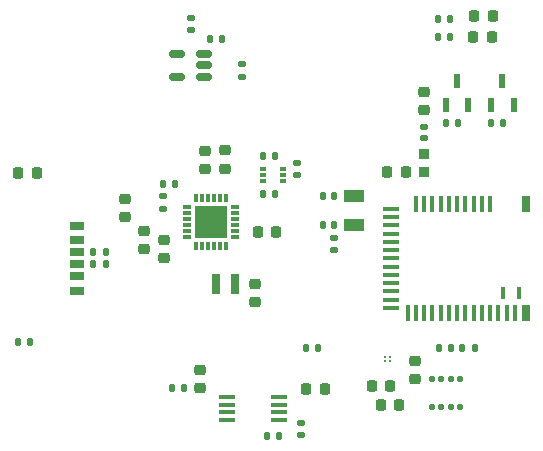
<source format=gtp>
%TF.GenerationSoftware,KiCad,Pcbnew,7.0.7*%
%TF.CreationDate,2023-09-18T11:47:39+09:00*%
%TF.ProjectId,gas_nrf52832,6761735f-6e72-4663-9532-3833322e6b69,rev?*%
%TF.SameCoordinates,Original*%
%TF.FileFunction,Paste,Top*%
%TF.FilePolarity,Positive*%
%FSLAX46Y46*%
G04 Gerber Fmt 4.6, Leading zero omitted, Abs format (unit mm)*
G04 Created by KiCad (PCBNEW 7.0.7) date 2023-09-18 11:47:39*
%MOMM*%
%LPD*%
G01*
G04 APERTURE LIST*
G04 Aperture macros list*
%AMRoundRect*
0 Rectangle with rounded corners*
0 $1 Rounding radius*
0 $2 $3 $4 $5 $6 $7 $8 $9 X,Y pos of 4 corners*
0 Add a 4 corners polygon primitive as box body*
4,1,4,$2,$3,$4,$5,$6,$7,$8,$9,$2,$3,0*
0 Add four circle primitives for the rounded corners*
1,1,$1+$1,$2,$3*
1,1,$1+$1,$4,$5*
1,1,$1+$1,$6,$7*
1,1,$1+$1,$8,$9*
0 Add four rect primitives between the rounded corners*
20,1,$1+$1,$2,$3,$4,$5,0*
20,1,$1+$1,$4,$5,$6,$7,0*
20,1,$1+$1,$6,$7,$8,$9,0*
20,1,$1+$1,$8,$9,$2,$3,0*%
G04 Aperture macros list end*
%ADD10RoundRect,0.135000X0.135000X0.185000X-0.135000X0.185000X-0.135000X-0.185000X0.135000X-0.185000X0*%
%ADD11R,0.600000X1.250000*%
%ADD12RoundRect,0.218750X0.218750X0.256250X-0.218750X0.256250X-0.218750X-0.256250X0.218750X-0.256250X0*%
%ADD13RoundRect,0.135000X-0.135000X-0.185000X0.135000X-0.185000X0.135000X0.185000X-0.135000X0.185000X0*%
%ADD14R,0.800000X0.300000*%
%ADD15R,0.300000X0.800000*%
%ADD16R,2.800000X2.800000*%
%ADD17RoundRect,0.225000X-0.250000X0.225000X-0.250000X-0.225000X0.250000X-0.225000X0.250000X0.225000X0*%
%ADD18RoundRect,0.218750X0.256250X-0.218750X0.256250X0.218750X-0.256250X0.218750X-0.256250X-0.218750X0*%
%ADD19RoundRect,0.135000X0.185000X-0.135000X0.185000X0.135000X-0.185000X0.135000X-0.185000X-0.135000X0*%
%ADD20RoundRect,0.140000X-0.140000X-0.170000X0.140000X-0.170000X0.140000X0.170000X-0.140000X0.170000X0*%
%ADD21R,0.930000X0.870000*%
%ADD22RoundRect,0.225000X-0.225000X-0.250000X0.225000X-0.250000X0.225000X0.250000X-0.225000X0.250000X0*%
%ADD23RoundRect,0.150000X0.512500X0.150000X-0.512500X0.150000X-0.512500X-0.150000X0.512500X-0.150000X0*%
%ADD24R,0.492000X0.300000*%
%ADD25R,1.200000X0.700000*%
%ADD26R,1.200000X0.760000*%
%ADD27R,1.200000X0.800000*%
%ADD28R,1.450000X0.450000*%
%ADD29RoundRect,0.225000X0.250000X-0.225000X0.250000X0.225000X-0.250000X0.225000X-0.250000X-0.225000X0*%
%ADD30RoundRect,0.135000X-0.185000X0.135000X-0.185000X-0.135000X0.185000X-0.135000X0.185000X0.135000X0*%
%ADD31RoundRect,0.125000X-0.125000X-0.137500X0.125000X-0.137500X0.125000X0.137500X-0.125000X0.137500X0*%
%ADD32R,0.800000X1.400000*%
%ADD33R,0.400000X1.400000*%
%ADD34R,1.400000X0.400000*%
%ADD35R,0.400000X1.000000*%
%ADD36RoundRect,0.225000X0.225000X0.250000X-0.225000X0.250000X-0.225000X-0.250000X0.225000X-0.250000X0*%
%ADD37C,0.208000*%
%ADD38RoundRect,0.140000X0.170000X-0.140000X0.170000X0.140000X-0.170000X0.140000X-0.170000X-0.140000X0*%
%ADD39R,0.800000X1.800000*%
%ADD40R,1.800000X1.000000*%
G04 APERTURE END LIST*
D10*
X147270000Y-84500000D03*
X146250000Y-84500000D03*
X142800000Y-75700000D03*
X141780000Y-75700000D03*
D11*
X146245000Y-83000000D03*
X148155000Y-83000000D03*
X147200000Y-80900000D03*
D12*
X146373000Y-75462500D03*
X144798000Y-75462500D03*
D13*
X112585312Y-96435312D03*
X113605312Y-96435312D03*
D14*
X124532812Y-94115312D03*
X124532812Y-93615312D03*
X124532812Y-93115312D03*
X124532812Y-92615312D03*
X124532812Y-92115312D03*
X124532812Y-91615312D03*
D15*
X123782812Y-90865312D03*
X123282812Y-90865312D03*
X122782812Y-90865312D03*
X122282812Y-90865312D03*
X121782812Y-90865312D03*
X121282812Y-90865312D03*
D14*
X120532812Y-91615312D03*
X120532812Y-92115312D03*
X120532812Y-92615312D03*
X120532812Y-93115312D03*
X120532812Y-93615312D03*
X120532812Y-94115312D03*
D15*
X121282812Y-94865312D03*
X121782812Y-94865312D03*
X122282812Y-94865312D03*
X122782812Y-94865312D03*
X123282812Y-94865312D03*
X123782812Y-94865312D03*
D16*
X122532812Y-92865312D03*
D17*
X116832812Y-93600312D03*
X116832812Y-95150312D03*
D18*
X122000000Y-88400000D03*
X122000000Y-86825000D03*
D13*
X130610000Y-103500000D03*
X131630000Y-103500000D03*
D19*
X132950000Y-95220000D03*
X132950000Y-94200000D03*
D17*
X139785000Y-104650000D03*
X139785000Y-106200000D03*
D20*
X132015000Y-90650000D03*
X132975000Y-90650000D03*
D17*
X126282812Y-98075312D03*
X126282812Y-99625312D03*
D10*
X142800000Y-77200000D03*
X141780000Y-77200000D03*
D21*
X140575000Y-88650000D03*
X140575000Y-87090000D03*
D22*
X137475000Y-88650000D03*
X139025000Y-88650000D03*
D10*
X143410000Y-84500000D03*
X142390000Y-84500000D03*
D19*
X129800000Y-88870000D03*
X129800000Y-87850000D03*
D10*
X142845000Y-103555000D03*
X141825000Y-103555000D03*
D22*
X136135000Y-106722500D03*
X137685000Y-106722500D03*
D23*
X121955000Y-80550000D03*
X121955000Y-79600000D03*
X121955000Y-78650000D03*
X119680000Y-78650000D03*
X119680000Y-80550000D03*
D24*
X128632812Y-89375312D03*
X128632812Y-88875312D03*
X128632812Y-88375312D03*
X126964812Y-88375312D03*
X126964812Y-88875312D03*
X126964812Y-89375312D03*
D25*
X111165312Y-95435312D03*
D26*
X111165312Y-97455312D03*
D27*
X111165312Y-98685312D03*
D25*
X111165312Y-96435312D03*
D26*
X111165312Y-94415312D03*
D27*
X111165312Y-93185312D03*
D28*
X123920000Y-107675000D03*
X123920000Y-108325000D03*
X123920000Y-108975000D03*
X123920000Y-109625000D03*
X128320000Y-109625000D03*
X128320000Y-108975000D03*
X128320000Y-108325000D03*
X128320000Y-107675000D03*
D29*
X121645000Y-106950000D03*
X121645000Y-105400000D03*
D30*
X125200000Y-79530000D03*
X125200000Y-80550000D03*
D17*
X118532812Y-94375312D03*
X118532812Y-95925312D03*
D10*
X127982812Y-87275312D03*
X126962812Y-87275312D03*
D11*
X142390000Y-83000000D03*
X144300000Y-83000000D03*
X143345000Y-80900000D03*
D12*
X146300000Y-77200000D03*
X144725000Y-77200000D03*
D19*
X120800000Y-76610000D03*
X120800000Y-75590000D03*
D31*
X141235000Y-106180000D03*
X142035000Y-106180000D03*
X142835000Y-106180000D03*
X143635000Y-106180000D03*
X143635000Y-108555000D03*
X142835000Y-108555000D03*
X142035000Y-108555000D03*
X141235000Y-108555000D03*
D13*
X106215312Y-103025312D03*
X107235312Y-103025312D03*
D10*
X119452812Y-89675312D03*
X118432812Y-89675312D03*
D32*
X149175000Y-91350000D03*
D33*
X146175000Y-91350000D03*
X145475000Y-91350000D03*
X144775000Y-91350000D03*
X144075000Y-91350000D03*
X143375000Y-91350000D03*
X142675000Y-91350000D03*
X141975000Y-91350000D03*
X141275000Y-91350000D03*
X140575000Y-91350000D03*
X139875000Y-91350000D03*
D34*
X137775000Y-91750000D03*
X137775000Y-92450000D03*
X137775000Y-93150000D03*
X137775000Y-93850000D03*
X137775000Y-94550000D03*
X137775000Y-95250000D03*
X137775000Y-95950000D03*
X137775000Y-96650000D03*
X137775000Y-97350000D03*
X137775000Y-98050000D03*
X137775000Y-98750000D03*
X137775000Y-99450000D03*
X137775000Y-100150000D03*
D33*
X139175000Y-100550000D03*
X139875000Y-100550000D03*
X140575000Y-100550000D03*
X141275000Y-100550000D03*
X141975000Y-100550000D03*
X142675000Y-100550000D03*
X143375000Y-100550000D03*
X144075000Y-100550000D03*
X144775000Y-100550000D03*
X145475000Y-100550000D03*
X146175000Y-100550000D03*
X146875000Y-100550000D03*
X147575000Y-100550000D03*
X148275000Y-100550000D03*
D32*
X149175000Y-100550000D03*
D35*
X148625000Y-98850000D03*
X147225000Y-98850000D03*
D22*
X136935000Y-108322500D03*
X138485000Y-108322500D03*
D36*
X107765312Y-88675312D03*
X106215312Y-88675312D03*
X128032812Y-93705312D03*
X126482812Y-93705312D03*
D13*
X143825000Y-103555000D03*
X144845000Y-103555000D03*
X122435000Y-77350000D03*
X123455000Y-77350000D03*
D29*
X140600000Y-83375000D03*
X140600000Y-81825000D03*
D37*
X137685000Y-104655000D03*
X137285000Y-104655000D03*
X137685000Y-104255000D03*
X137285000Y-104255000D03*
D30*
X130170000Y-109875000D03*
X130170000Y-110895000D03*
D17*
X115282812Y-90925312D03*
X115282812Y-92475312D03*
D10*
X120220000Y-106950000D03*
X119200000Y-106950000D03*
D13*
X127300000Y-111025000D03*
X128320000Y-111025000D03*
D20*
X132015000Y-93150000D03*
X132975000Y-93150000D03*
D38*
X140575000Y-85750000D03*
X140575000Y-84790000D03*
D39*
X124532812Y-98075312D03*
X122932812Y-98075312D03*
D30*
X118432812Y-90705312D03*
X118432812Y-91725312D03*
D13*
X112585312Y-95435312D03*
X113605312Y-95435312D03*
D40*
X134675000Y-90650000D03*
X134675000Y-93150000D03*
D10*
X127984812Y-90525312D03*
X126964812Y-90525312D03*
D22*
X130610000Y-106975000D03*
X132160000Y-106975000D03*
D18*
X123700000Y-88375000D03*
X123700000Y-86800000D03*
M02*

</source>
